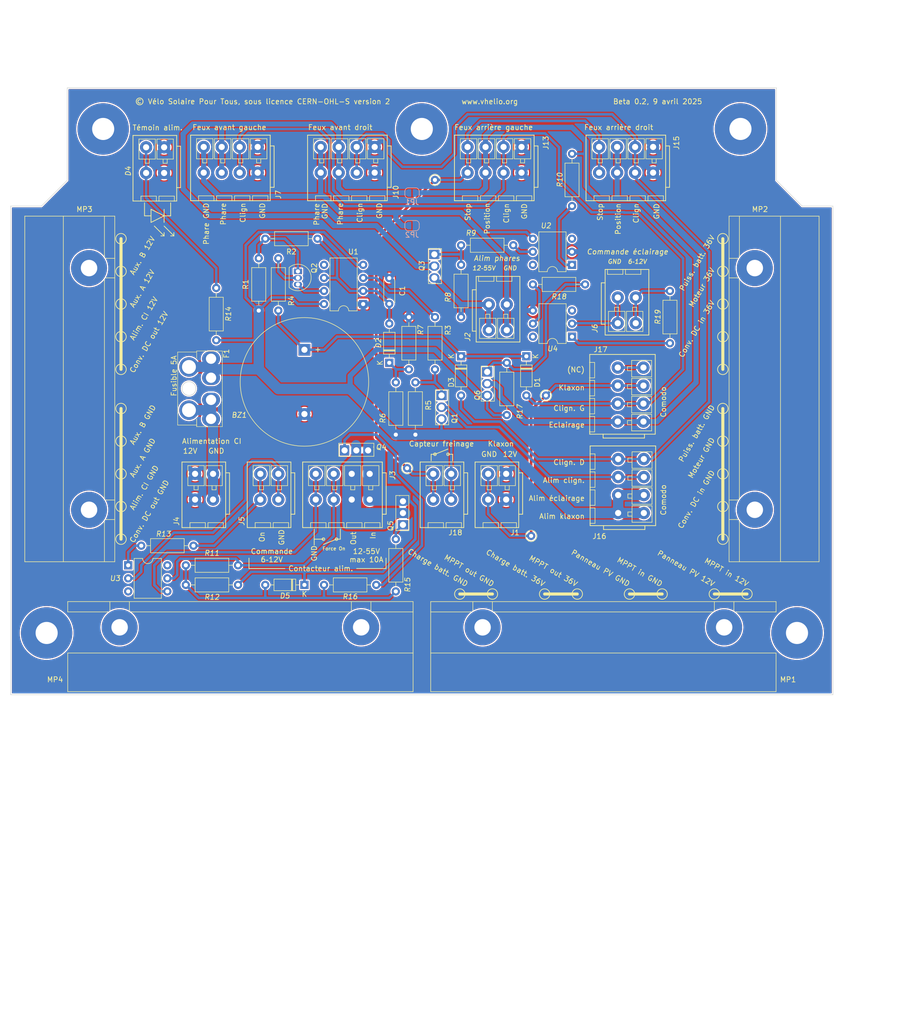
<source format=kicad_pcb>
(kicad_pcb (version 20211014) (generator pcbnew)

  (general
    (thickness 1.6)
  )

  (paper "A4")
  (layers
    (0 "F.Cu" signal)
    (31 "B.Cu" signal)
    (32 "B.Adhes" user "B.Adhesive")
    (33 "F.Adhes" user "F.Adhesive")
    (34 "B.Paste" user)
    (35 "F.Paste" user)
    (36 "B.SilkS" user "B.Silkscreen")
    (37 "F.SilkS" user "F.Silkscreen")
    (38 "B.Mask" user)
    (39 "F.Mask" user)
    (40 "Dwgs.User" user "User.Drawings")
    (41 "Cmts.User" user "User.Comments")
    (42 "Eco1.User" user "User.Eco1")
    (43 "Eco2.User" user "User.Eco2")
    (44 "Edge.Cuts" user)
    (45 "Margin" user)
    (46 "B.CrtYd" user "B.Courtyard")
    (47 "F.CrtYd" user "F.Courtyard")
    (48 "B.Fab" user)
    (49 "F.Fab" user)
    (50 "User.1" user)
    (51 "User.2" user)
    (52 "User.3" user)
    (53 "User.4" user)
    (54 "User.5" user)
    (55 "User.6" user)
    (56 "User.7" user)
    (57 "User.8" user)
    (58 "User.9" user)
  )

  (setup
    (stackup
      (layer "F.SilkS" (type "Top Silk Screen"))
      (layer "F.Paste" (type "Top Solder Paste"))
      (layer "F.Mask" (type "Top Solder Mask") (thickness 0.01))
      (layer "F.Cu" (type "copper") (thickness 0.035))
      (layer "dielectric 1" (type "core") (thickness 1.51) (material "FR4") (epsilon_r 4.5) (loss_tangent 0.02))
      (layer "B.Cu" (type "copper") (thickness 0.035))
      (layer "B.Mask" (type "Bottom Solder Mask") (thickness 0.01))
      (layer "B.Paste" (type "Bottom Solder Paste"))
      (layer "B.SilkS" (type "Bottom Silk Screen"))
      (copper_finish "None")
      (dielectric_constraints no)
    )
    (pad_to_mask_clearance 0)
    (pcbplotparams
      (layerselection 0x00010e0_ffffffff)
      (disableapertmacros false)
      (usegerberextensions false)
      (usegerberattributes true)
      (usegerberadvancedattributes true)
      (creategerberjobfile true)
      (svguseinch false)
      (svgprecision 6)
      (excludeedgelayer true)
      (plotframeref false)
      (viasonmask false)
      (mode 1)
      (useauxorigin false)
      (hpglpennumber 1)
      (hpglpenspeed 20)
      (hpglpendiameter 15.000000)
      (dxfpolygonmode true)
      (dxfimperialunits true)
      (dxfusepcbnewfont true)
      (psnegative false)
      (psa4output false)
      (plotreference true)
      (plotvalue true)
      (plotinvisibletext false)
      (sketchpadsonfab false)
      (subtractmaskfromsilk false)
      (outputformat 1)
      (mirror false)
      (drillshape 0)
      (scaleselection 1)
      (outputdirectory "")
    )
  )

  (net 0 "")
  (net 1 "GND")
  (net 2 "Net-(F1-Pad2)")
  (net 3 "Net-(D1-Pad2)")
  (net 4 "Net-(D3-Pad2)")
  (net 5 "/Phares")
  (net 6 "Net-(J13-Pad4)")
  (net 7 "Net-(J1-Pad2)")
  (net 8 "/Flasher/Out")
  (net 9 "unconnected-(J17-Pad4)")
  (net 10 "/12V_5A")
  (net 11 "Net-(Q1-Pad1)")
  (net 12 "Net-(C1-Pad1)")
  (net 13 "Net-(Q2-Pad1)")
  (net 14 "unconnected-(U1-Pad5)")
  (net 15 "Net-(Q2-Pad2)")
  (net 16 "/Flasher/Enable")
  (net 17 "Net-(Q2-Pad3)")
  (net 18 "Net-(R3-Pad1)")
  (net 19 "Net-(D2-Pad1)")
  (net 20 "Net-(J2-Pad1)")
  (net 21 "Net-(J10-Pad4)")
  (net 22 "Net-(J10-Pad3)")
  (net 23 "Net-(Q3-Pad1)")
  (net 24 "Net-(R9-Pad2)")
  (net 25 "Net-(R10-Pad1)")
  (net 26 "unconnected-(U2-Pad3)")
  (net 27 "unconnected-(U2-Pad6)")
  (net 28 "Net-(D4-Pad2)")
  (net 29 "/Conv12V_In.Vbatt")
  (net 30 "Net-(D5-Pad2)")
  (net 31 "Net-(Q4-Pad1)")
  (net 32 "Net-(J3-Pad3)")
  (net 33 "Net-(R13-Pad1)")
  (net 34 "unconnected-(U3-Pad3)")
  (net 35 "unconnected-(U3-Pad6)")
  (net 36 "Net-(J3-Pad4)")
  (net 37 "Net-(J5-Pad1)")
  (net 38 "Net-(J5-Pad2)")
  (net 39 "Net-(Q5-Pad1)")
  (net 40 "Net-(D5-Pad1)")
  (net 41 "Net-(J6-Pad1)")
  (net 42 "Net-(J6-Pad2)")
  (net 43 "Net-(Q6-Pad1)")
  (net 44 "Net-(R18-Pad2)")
  (net 45 "Net-(R19-Pad1)")
  (net 46 "unconnected-(U4-Pad3)")
  (net 47 "unconnected-(U4-Pad6)")

  (footprint "circuit:Wago_221-500_SplicingConnectorHolder" (layer "F.Cu") (at 95.25 82.55 90))

  (footprint "Resistor_THT:R_Axial_DIN0207_L6.3mm_D2.5mm_P10.16mm_Horizontal" (layer "F.Cu") (at 105.41 113.03))

  (footprint "circuit:MountingHole_5mm" (layer "F.Cu") (at 87 130))

  (footprint "circuit:Buzzer_25x16_12.5" (layer "F.Cu") (at 137.16 74.93 -90))

  (footprint "circuit:TO-251-3_Vertical" (layer "F.Cu") (at 144.97 94.5))

  (footprint "Resistor_THT:R_Axial_DIN0207_L6.3mm_D2.5mm_P10.16mm_Horizontal" (layer "F.Cu") (at 114.08 116.84))

  (footprint "Diode_THT:D_DO-35_SOD27_P7.62mm_Horizontal" (layer "F.Cu") (at 137.16 120.65 180))

  (footprint "circuit:Generic_FuseHolder_MINI" (layer "F.Cu") (at 118.99 76.675 -90))

  (footprint "Resistor_THT:R_Axial_DIN0207_L6.3mm_D2.5mm_P10.16mm_Horizontal" (layer "F.Cu") (at 167.64 68.58 90))

  (footprint "Resistor_THT:R_Axial_DIN0207_L6.3mm_D2.5mm_P10.16mm_Horizontal" (layer "F.Cu") (at 124.24 120.65 180))

  (footprint "circuit:TerminalBlock_Wago_2601-3102_1x02_P3.50mm_Vertical" (layer "F.Cu") (at 119.38 104.06 180))

  (footprint "Resistor_THT:R_Axial_DIN0207_L6.3mm_D2.5mm_P10.16mm_Horizontal" (layer "F.Cu") (at 162.56 68.58 -90))

  (footprint "circuit:MountingHole_5mm" (layer "F.Cu") (at 98 32))

  (footprint "circuit:TerminalBlock_Wago_2601-3104_1x04_P3.50mm_Vertical" (layer "F.Cu") (at 179.4 40.5 180))

  (footprint "Package_DIP:DIP-8_W7.62mm" (layer "F.Cu") (at 148.59 66.04 180))

  (footprint "circuit:TerminalBlock_Wago_2601-3102_1x02_P3.50mm_Vertical" (layer "F.Cu") (at 109.855 40.56 180))

  (footprint "Resistor_THT:R_Axial_DIN0207_L6.3mm_D2.5mm_P10.16mm_Horizontal" (layer "F.Cu") (at 208.28 73.66 90))

  (footprint "circuit:Strap_D2.0mm_Drill1.0mm" (layer "F.Cu") (at 181.27 111.125))

  (footprint "circuit:TerminalBlock_Wago_2601-3104_1x04_P3.50mm_Vertical" (layer "F.Cu") (at 205 40.5 180))

  (footprint "Resistor_THT:R_Axial_DIN0207_L6.3mm_D2.5mm_P10.16mm_Horizontal" (layer "F.Cu") (at 167.64 54.61))

  (footprint "Resistor_THT:R_Axial_DIN0207_L6.3mm_D2.5mm_P10.16mm_Horizontal" (layer "F.Cu") (at 191.77 62.23 180))

  (footprint "circuit:MountingHole_5mm" (layer "F.Cu") (at 222 32))

  (footprint "Diode_THT:D_DO-35_SOD27_P7.62mm_Horizontal" (layer "F.Cu") (at 180.34 76.2 -90))

  (footprint "Resistor_THT:R_Axial_DIN0207_L6.3mm_D2.5mm_P10.16mm_Horizontal" (layer "F.Cu") (at 189.23 46.99 90))

  (footprint "Package_DIP:DIP-6_W7.62mm" (layer "F.Cu") (at 189.23 72.39 180))

  (footprint "circuit:TO-92L_Inline" (layer "F.Cu") (at 135.89 59.69 -90))

  (footprint "circuit:TerminalBlock_Wago_2601-3104_1x04_P3.50mm_Vertical" (layer "F.Cu") (at 128.06 40.5 180))

  (footprint "circuit:TO-251-3_Vertical" (layer "F.Cu") (at 162.44 56.38 -90))

  (footprint "Resistor_THT:R_Axial_DIN0207_L6.3mm_D2.5mm_P10.16mm_Horizontal" (layer "F.Cu") (at 157.48 78.74 90))

  (footprint "Resistor_THT:R_Axial_DIN0207_L6.3mm_D2.5mm_P10.16mm_Horizontal" (layer "F.Cu") (at 176.53 87.63 90))

  (footprint "circuit:TerminalBlock_Wago_2601-3102_1x02_P3.50mm_Vertical" (layer "F.Cu") (at 132.08 104.06 180))

  (footprint "circuit:TerminalBlock_Wago_2601-3104_1x04_P3.50mm_Vertical" (layer "F.Cu") (at 198.2 106.68 90))

  (footprint "Resistor_THT:R_Axial_DIN0207_L6.3mm_D2.5mm_P10.16mm_Horizontal" (layer "F.Cu") (at 158.75 91.44 90))

  (footprint "circuit:TerminalBlock_Wago_2601-3104_1x04_P3.50mm_Vertical" (layer "F.Cu") (at 149.86 104.06 180))

  (footprint "Resistor_THT:R_Axial_DIN0207_L6.3mm_D2.5mm_P10.16mm_Horizontal" (layer "F.Cu") (at 154.94 121.92 90))

  (footprint "circuit:TO-251-3_Vertical" (layer "F.Cu") (at 156.33 108.97 90))

  (footprint "Package_DIP:DIP-6_W7.62mm" (layer "F.Cu") (at 102.87 116.84))

  (footprint "circuit:Wago_221-500_SplicingConnectorHolder" (layer "F.Cu") (at 224.79 82.55 -90))

  (footprint "Resistor_THT:R_Axial_DIN0207_L6.3mm_D2.5mm_P10.16mm_Horizontal" (layer "F.Cu")
    (tedit 5AE5139B) (tstamp 9e917f74-9dae-49fc-8761-a104b721a681)
    (at 132.08 57.15 -90)
    (descr "Resistor, Axial_DIN0207 series, Axial, Horizontal, pin pitch=10.16mm, 0.25W = 1/4W, length*diameter=6.3*2.5mm^2, http://cdn-reichelt.de/documents/datenblatt/B400/1_4W%23YAG.pdf")
    (tags "Resistor Axial_DIN0207 series Axial Horizontal pin pitch 10.16mm 0.25W = 1/4W length 6.3mm diameter 2.5mm")
    (property "Sheetfile" "flasher.kicad_sch")
    (property "Sheetname" "Flasher")
    (path "/6fef4bbe-09a8-45ef-ae4f-87b078d91d13/57cb9f8e-995b-44d7-bb35-b4785acbdfdc")
    (attr through_hole)
    (fp_text reference "R4" (at 8.255 -2.54 90) (layer "F.SilkS")
      (effects (font (size 1 1) (thickness 0.15)))
      (tstamp 3774ecfa-c8e8-49cb-a993-19a4d24820ad)
    )
    (fp_text value "150K" (at 5.08 2.37 90) (layer "F.Fab")
      (effects (font (size 1 1) (thickness 0.15)))
      (tstamp f92d98c3-e7bd-4d5c-b2ac-ea4ebc5c4885)
    )
    (fp_text user "${REFERENCE}" (at 5.08 0 90) (layer "F.Fab")
      (effects (font (size 1 1) (thickness 0.15)))
      (tstamp 926bb3cc-80e1-4857-83bf-0fe105988bf4)
    )
    (fp_line (start 1.04 0) (end 1.81 0) (layer "F.SilkS") (width 0.12) (tstamp 0540e9b9-0dad-40f4-a674-c9325eee1f7b))
    (fp_line (start 9.12 0) (end 8.35 0) (layer "F.SilkS") (width 0.12) (tstamp 508e5fa4-dcd5-402c-a517-89841777273f))
    (fp_line (start 8.35 1.37) (end 8.35 -1.37) (layer "F.SilkS") (width 0.12) (tstamp 53a1623e-e831-463e-8983-c8cb1fe42116))
    (fp_line (start 1.81 1.37) (end 8.35 1.37) (layer "F.SilkS") (width 0.12) (tstamp 69ec4585-9935-47fe-b82e-957554500762))
    (fp_line (start 1
... [1739575 chars truncated]
</source>
